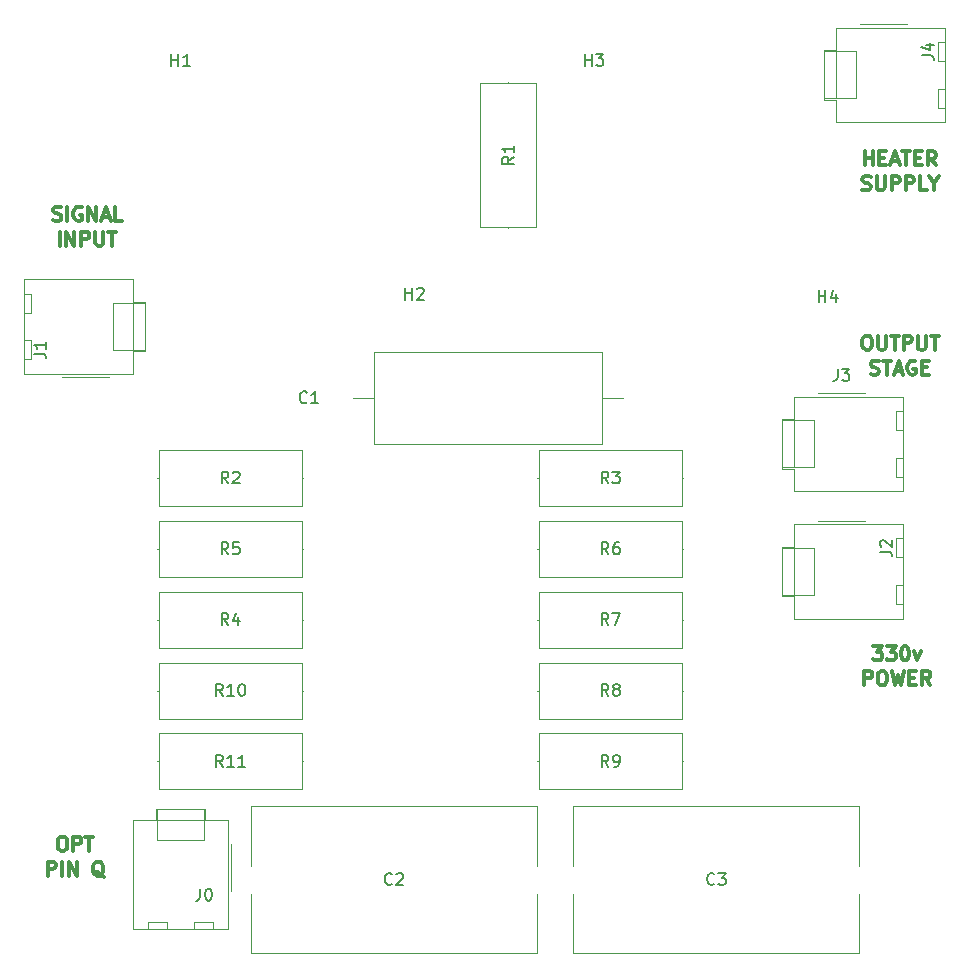
<source format=gbr>
%TF.GenerationSoftware,KiCad,Pcbnew,(5.1.6)-1*%
%TF.CreationDate,2020-10-25T19:30:32+00:00*%
%TF.ProjectId,QuadNew1 - Copy,51756164-4e65-4773-9120-2d20436f7079,rev?*%
%TF.SameCoordinates,Original*%
%TF.FileFunction,Legend,Top*%
%TF.FilePolarity,Positive*%
%FSLAX46Y46*%
G04 Gerber Fmt 4.6, Leading zero omitted, Abs format (unit mm)*
G04 Created by KiCad (PCBNEW (5.1.6)-1) date 2020-10-25 19:30:32*
%MOMM*%
%LPD*%
G01*
G04 APERTURE LIST*
%ADD10C,0.300000*%
%ADD11C,0.120000*%
%ADD12C,0.150000*%
G04 APERTURE END LIST*
D10*
X96314000Y-65532857D02*
X96314000Y-64332857D01*
X96314000Y-64904285D02*
X96999714Y-64904285D01*
X96999714Y-65532857D02*
X96999714Y-64332857D01*
X97571142Y-64904285D02*
X97971142Y-64904285D01*
X98142571Y-65532857D02*
X97571142Y-65532857D01*
X97571142Y-64332857D01*
X98142571Y-64332857D01*
X98599714Y-65190000D02*
X99171142Y-65190000D01*
X98485428Y-65532857D02*
X98885428Y-64332857D01*
X99285428Y-65532857D01*
X99514000Y-64332857D02*
X100199714Y-64332857D01*
X99856857Y-65532857D02*
X99856857Y-64332857D01*
X100599714Y-64904285D02*
X100999714Y-64904285D01*
X101171142Y-65532857D02*
X100599714Y-65532857D01*
X100599714Y-64332857D01*
X101171142Y-64332857D01*
X102371142Y-65532857D02*
X101971142Y-64961428D01*
X101685428Y-65532857D02*
X101685428Y-64332857D01*
X102142571Y-64332857D01*
X102256857Y-64390000D01*
X102314000Y-64447142D01*
X102371142Y-64561428D01*
X102371142Y-64732857D01*
X102314000Y-64847142D01*
X102256857Y-64904285D01*
X102142571Y-64961428D01*
X101685428Y-64961428D01*
X96142571Y-67575714D02*
X96314000Y-67632857D01*
X96599714Y-67632857D01*
X96714000Y-67575714D01*
X96771142Y-67518571D01*
X96828285Y-67404285D01*
X96828285Y-67290000D01*
X96771142Y-67175714D01*
X96714000Y-67118571D01*
X96599714Y-67061428D01*
X96371142Y-67004285D01*
X96256857Y-66947142D01*
X96199714Y-66890000D01*
X96142571Y-66775714D01*
X96142571Y-66661428D01*
X96199714Y-66547142D01*
X96256857Y-66490000D01*
X96371142Y-66432857D01*
X96656857Y-66432857D01*
X96828285Y-66490000D01*
X97342571Y-66432857D02*
X97342571Y-67404285D01*
X97399714Y-67518571D01*
X97456857Y-67575714D01*
X97571142Y-67632857D01*
X97799714Y-67632857D01*
X97914000Y-67575714D01*
X97971142Y-67518571D01*
X98028285Y-67404285D01*
X98028285Y-66432857D01*
X98599714Y-67632857D02*
X98599714Y-66432857D01*
X99056857Y-66432857D01*
X99171142Y-66490000D01*
X99228285Y-66547142D01*
X99285428Y-66661428D01*
X99285428Y-66832857D01*
X99228285Y-66947142D01*
X99171142Y-67004285D01*
X99056857Y-67061428D01*
X98599714Y-67061428D01*
X99799714Y-67632857D02*
X99799714Y-66432857D01*
X100256857Y-66432857D01*
X100371142Y-66490000D01*
X100428285Y-66547142D01*
X100485428Y-66661428D01*
X100485428Y-66832857D01*
X100428285Y-66947142D01*
X100371142Y-67004285D01*
X100256857Y-67061428D01*
X99799714Y-67061428D01*
X101571142Y-67632857D02*
X100999714Y-67632857D01*
X100999714Y-66432857D01*
X102199714Y-67061428D02*
X102199714Y-67632857D01*
X101799714Y-66432857D02*
X102199714Y-67061428D01*
X102599714Y-66432857D01*
X97060000Y-106242857D02*
X97802857Y-106242857D01*
X97402857Y-106700000D01*
X97574285Y-106700000D01*
X97688571Y-106757142D01*
X97745714Y-106814285D01*
X97802857Y-106928571D01*
X97802857Y-107214285D01*
X97745714Y-107328571D01*
X97688571Y-107385714D01*
X97574285Y-107442857D01*
X97231428Y-107442857D01*
X97117142Y-107385714D01*
X97060000Y-107328571D01*
X98202857Y-106242857D02*
X98945714Y-106242857D01*
X98545714Y-106700000D01*
X98717142Y-106700000D01*
X98831428Y-106757142D01*
X98888571Y-106814285D01*
X98945714Y-106928571D01*
X98945714Y-107214285D01*
X98888571Y-107328571D01*
X98831428Y-107385714D01*
X98717142Y-107442857D01*
X98374285Y-107442857D01*
X98260000Y-107385714D01*
X98202857Y-107328571D01*
X99688571Y-106242857D02*
X99802857Y-106242857D01*
X99917142Y-106300000D01*
X99974285Y-106357142D01*
X100031428Y-106471428D01*
X100088571Y-106700000D01*
X100088571Y-106985714D01*
X100031428Y-107214285D01*
X99974285Y-107328571D01*
X99917142Y-107385714D01*
X99802857Y-107442857D01*
X99688571Y-107442857D01*
X99574285Y-107385714D01*
X99517142Y-107328571D01*
X99460000Y-107214285D01*
X99402857Y-106985714D01*
X99402857Y-106700000D01*
X99460000Y-106471428D01*
X99517142Y-106357142D01*
X99574285Y-106300000D01*
X99688571Y-106242857D01*
X100488571Y-106642857D02*
X100774285Y-107442857D01*
X101060000Y-106642857D01*
X96288571Y-109542857D02*
X96288571Y-108342857D01*
X96745714Y-108342857D01*
X96860000Y-108400000D01*
X96917142Y-108457142D01*
X96974285Y-108571428D01*
X96974285Y-108742857D01*
X96917142Y-108857142D01*
X96860000Y-108914285D01*
X96745714Y-108971428D01*
X96288571Y-108971428D01*
X97717142Y-108342857D02*
X97945714Y-108342857D01*
X98060000Y-108400000D01*
X98174285Y-108514285D01*
X98231428Y-108742857D01*
X98231428Y-109142857D01*
X98174285Y-109371428D01*
X98060000Y-109485714D01*
X97945714Y-109542857D01*
X97717142Y-109542857D01*
X97602857Y-109485714D01*
X97488571Y-109371428D01*
X97431428Y-109142857D01*
X97431428Y-108742857D01*
X97488571Y-108514285D01*
X97602857Y-108400000D01*
X97717142Y-108342857D01*
X98631428Y-108342857D02*
X98917142Y-109542857D01*
X99145714Y-108685714D01*
X99374285Y-109542857D01*
X99660000Y-108342857D01*
X100117142Y-108914285D02*
X100517142Y-108914285D01*
X100688571Y-109542857D02*
X100117142Y-109542857D01*
X100117142Y-108342857D01*
X100688571Y-108342857D01*
X101888571Y-109542857D02*
X101488571Y-108971428D01*
X101202857Y-109542857D02*
X101202857Y-108342857D01*
X101660000Y-108342857D01*
X101774285Y-108400000D01*
X101831428Y-108457142D01*
X101888571Y-108571428D01*
X101888571Y-108742857D01*
X101831428Y-108857142D01*
X101774285Y-108914285D01*
X101660000Y-108971428D01*
X101202857Y-108971428D01*
X96428285Y-79953857D02*
X96656857Y-79953857D01*
X96771142Y-80011000D01*
X96885428Y-80125285D01*
X96942571Y-80353857D01*
X96942571Y-80753857D01*
X96885428Y-80982428D01*
X96771142Y-81096714D01*
X96656857Y-81153857D01*
X96428285Y-81153857D01*
X96314000Y-81096714D01*
X96199714Y-80982428D01*
X96142571Y-80753857D01*
X96142571Y-80353857D01*
X96199714Y-80125285D01*
X96314000Y-80011000D01*
X96428285Y-79953857D01*
X97456857Y-79953857D02*
X97456857Y-80925285D01*
X97514000Y-81039571D01*
X97571142Y-81096714D01*
X97685428Y-81153857D01*
X97914000Y-81153857D01*
X98028285Y-81096714D01*
X98085428Y-81039571D01*
X98142571Y-80925285D01*
X98142571Y-79953857D01*
X98542571Y-79953857D02*
X99228285Y-79953857D01*
X98885428Y-81153857D02*
X98885428Y-79953857D01*
X99628285Y-81153857D02*
X99628285Y-79953857D01*
X100085428Y-79953857D01*
X100199714Y-80011000D01*
X100256857Y-80068142D01*
X100314000Y-80182428D01*
X100314000Y-80353857D01*
X100256857Y-80468142D01*
X100199714Y-80525285D01*
X100085428Y-80582428D01*
X99628285Y-80582428D01*
X100828285Y-79953857D02*
X100828285Y-80925285D01*
X100885428Y-81039571D01*
X100942571Y-81096714D01*
X101056857Y-81153857D01*
X101285428Y-81153857D01*
X101399714Y-81096714D01*
X101456857Y-81039571D01*
X101514000Y-80925285D01*
X101514000Y-79953857D01*
X101914000Y-79953857D02*
X102599714Y-79953857D01*
X102256857Y-81153857D02*
X102256857Y-79953857D01*
X96856857Y-83196714D02*
X97028285Y-83253857D01*
X97314000Y-83253857D01*
X97428285Y-83196714D01*
X97485428Y-83139571D01*
X97542571Y-83025285D01*
X97542571Y-82911000D01*
X97485428Y-82796714D01*
X97428285Y-82739571D01*
X97314000Y-82682428D01*
X97085428Y-82625285D01*
X96971142Y-82568142D01*
X96914000Y-82511000D01*
X96856857Y-82396714D01*
X96856857Y-82282428D01*
X96914000Y-82168142D01*
X96971142Y-82111000D01*
X97085428Y-82053857D01*
X97371142Y-82053857D01*
X97542571Y-82111000D01*
X97885428Y-82053857D02*
X98571142Y-82053857D01*
X98228285Y-83253857D02*
X98228285Y-82053857D01*
X98914000Y-82911000D02*
X99485428Y-82911000D01*
X98799714Y-83253857D02*
X99199714Y-82053857D01*
X99599714Y-83253857D01*
X100628285Y-82111000D02*
X100514000Y-82053857D01*
X100342571Y-82053857D01*
X100171142Y-82111000D01*
X100056857Y-82225285D01*
X99999714Y-82339571D01*
X99942571Y-82568142D01*
X99942571Y-82739571D01*
X99999714Y-82968142D01*
X100056857Y-83082428D01*
X100171142Y-83196714D01*
X100342571Y-83253857D01*
X100456857Y-83253857D01*
X100628285Y-83196714D01*
X100685428Y-83139571D01*
X100685428Y-82739571D01*
X100456857Y-82739571D01*
X101199714Y-82625285D02*
X101599714Y-82625285D01*
X101771142Y-83253857D02*
X101199714Y-83253857D01*
X101199714Y-82053857D01*
X101771142Y-82053857D01*
X28292571Y-122371857D02*
X28521142Y-122371857D01*
X28635428Y-122429000D01*
X28749714Y-122543285D01*
X28806857Y-122771857D01*
X28806857Y-123171857D01*
X28749714Y-123400428D01*
X28635428Y-123514714D01*
X28521142Y-123571857D01*
X28292571Y-123571857D01*
X28178285Y-123514714D01*
X28064000Y-123400428D01*
X28006857Y-123171857D01*
X28006857Y-122771857D01*
X28064000Y-122543285D01*
X28178285Y-122429000D01*
X28292571Y-122371857D01*
X29321142Y-123571857D02*
X29321142Y-122371857D01*
X29778285Y-122371857D01*
X29892571Y-122429000D01*
X29949714Y-122486142D01*
X30006857Y-122600428D01*
X30006857Y-122771857D01*
X29949714Y-122886142D01*
X29892571Y-122943285D01*
X29778285Y-123000428D01*
X29321142Y-123000428D01*
X30349714Y-122371857D02*
X31035428Y-122371857D01*
X30692571Y-123571857D02*
X30692571Y-122371857D01*
X27149714Y-125671857D02*
X27149714Y-124471857D01*
X27606857Y-124471857D01*
X27721142Y-124529000D01*
X27778285Y-124586142D01*
X27835428Y-124700428D01*
X27835428Y-124871857D01*
X27778285Y-124986142D01*
X27721142Y-125043285D01*
X27606857Y-125100428D01*
X27149714Y-125100428D01*
X28349714Y-125671857D02*
X28349714Y-124471857D01*
X28921142Y-125671857D02*
X28921142Y-124471857D01*
X29606857Y-125671857D01*
X29606857Y-124471857D01*
X31892571Y-125786142D02*
X31778285Y-125729000D01*
X31664000Y-125614714D01*
X31492571Y-125443285D01*
X31378285Y-125386142D01*
X31264000Y-125386142D01*
X31321142Y-125671857D02*
X31206857Y-125614714D01*
X31092571Y-125500428D01*
X31035428Y-125271857D01*
X31035428Y-124871857D01*
X31092571Y-124643285D01*
X31206857Y-124529000D01*
X31321142Y-124471857D01*
X31549714Y-124471857D01*
X31664000Y-124529000D01*
X31778285Y-124643285D01*
X31835428Y-124871857D01*
X31835428Y-125271857D01*
X31778285Y-125500428D01*
X31664000Y-125614714D01*
X31549714Y-125671857D01*
X31321142Y-125671857D01*
X27622857Y-70174714D02*
X27794285Y-70231857D01*
X28080000Y-70231857D01*
X28194285Y-70174714D01*
X28251428Y-70117571D01*
X28308571Y-70003285D01*
X28308571Y-69889000D01*
X28251428Y-69774714D01*
X28194285Y-69717571D01*
X28080000Y-69660428D01*
X27851428Y-69603285D01*
X27737142Y-69546142D01*
X27680000Y-69489000D01*
X27622857Y-69374714D01*
X27622857Y-69260428D01*
X27680000Y-69146142D01*
X27737142Y-69089000D01*
X27851428Y-69031857D01*
X28137142Y-69031857D01*
X28308571Y-69089000D01*
X28822857Y-70231857D02*
X28822857Y-69031857D01*
X30022857Y-69089000D02*
X29908571Y-69031857D01*
X29737142Y-69031857D01*
X29565714Y-69089000D01*
X29451428Y-69203285D01*
X29394285Y-69317571D01*
X29337142Y-69546142D01*
X29337142Y-69717571D01*
X29394285Y-69946142D01*
X29451428Y-70060428D01*
X29565714Y-70174714D01*
X29737142Y-70231857D01*
X29851428Y-70231857D01*
X30022857Y-70174714D01*
X30080000Y-70117571D01*
X30080000Y-69717571D01*
X29851428Y-69717571D01*
X30594285Y-70231857D02*
X30594285Y-69031857D01*
X31280000Y-70231857D01*
X31280000Y-69031857D01*
X31794285Y-69889000D02*
X32365714Y-69889000D01*
X31680000Y-70231857D02*
X32080000Y-69031857D01*
X32480000Y-70231857D01*
X33451428Y-70231857D02*
X32880000Y-70231857D01*
X32880000Y-69031857D01*
X28165714Y-72331857D02*
X28165714Y-71131857D01*
X28737142Y-72331857D02*
X28737142Y-71131857D01*
X29422857Y-72331857D01*
X29422857Y-71131857D01*
X29994285Y-72331857D02*
X29994285Y-71131857D01*
X30451428Y-71131857D01*
X30565714Y-71189000D01*
X30622857Y-71246142D01*
X30680000Y-71360428D01*
X30680000Y-71531857D01*
X30622857Y-71646142D01*
X30565714Y-71703285D01*
X30451428Y-71760428D01*
X29994285Y-71760428D01*
X31194285Y-71131857D02*
X31194285Y-72103285D01*
X31251428Y-72217571D01*
X31308571Y-72274714D01*
X31422857Y-72331857D01*
X31651428Y-72331857D01*
X31765714Y-72274714D01*
X31822857Y-72217571D01*
X31880000Y-72103285D01*
X31880000Y-71131857D01*
X32280000Y-71131857D02*
X32965714Y-71131857D01*
X32622857Y-72331857D02*
X32622857Y-71131857D01*
D11*
%TO.C,J2*%
X98981000Y-102677000D02*
X99581000Y-102677000D01*
X98981000Y-101077000D02*
X98981000Y-102677000D01*
X99581000Y-101077000D02*
X98981000Y-101077000D01*
X98981000Y-98717000D02*
X99581000Y-98717000D01*
X98981000Y-97117000D02*
X98981000Y-98717000D01*
X99581000Y-97117000D02*
X98981000Y-97117000D01*
X92021000Y-101877000D02*
X90351000Y-101877000D01*
X92021000Y-97917000D02*
X92021000Y-101877000D01*
X90351000Y-97917000D02*
X92021000Y-97917000D01*
X90351000Y-101877000D02*
X89351000Y-101877000D01*
X90351000Y-97917000D02*
X90351000Y-101877000D01*
X89351000Y-97917000D02*
X90351000Y-97917000D01*
X96361000Y-95607000D02*
X92361000Y-95607000D01*
X90356000Y-95897000D02*
X99581000Y-95897000D01*
X90356000Y-97802000D02*
X90356000Y-95897000D01*
X89351000Y-97802000D02*
X90356000Y-97802000D01*
X89351000Y-101992000D02*
X89351000Y-97802000D01*
X90356000Y-101992000D02*
X89351000Y-101992000D01*
X90356000Y-103897000D02*
X90356000Y-101992000D01*
X99581000Y-103897000D02*
X90356000Y-103897000D01*
X99581000Y-95897000D02*
X99581000Y-103897000D01*
%TO.C,C3*%
X71647000Y-119780000D02*
X95887000Y-119780000D01*
X71647000Y-132220000D02*
X95887000Y-132220000D01*
X71647000Y-119780000D02*
X71647000Y-124815000D01*
X71647000Y-127185000D02*
X71647000Y-132220000D01*
X95887000Y-119780000D02*
X95887000Y-124815000D01*
X95887000Y-127185000D02*
X95887000Y-132220000D01*
%TO.C,R10*%
X48690000Y-112370000D02*
X48690000Y-107630000D01*
X48690000Y-107630000D02*
X36550000Y-107630000D01*
X36550000Y-107630000D02*
X36550000Y-112370000D01*
X36550000Y-112370000D02*
X48690000Y-112370000D01*
X48800000Y-110000000D02*
X48690000Y-110000000D01*
X36440000Y-110000000D02*
X36550000Y-110000000D01*
%TO.C,R9*%
X80983000Y-116000000D02*
X80873000Y-116000000D01*
X68623000Y-116000000D02*
X68733000Y-116000000D01*
X80873000Y-113630000D02*
X68733000Y-113630000D01*
X80873000Y-118370000D02*
X80873000Y-113630000D01*
X68733000Y-118370000D02*
X80873000Y-118370000D01*
X68733000Y-113630000D02*
X68733000Y-118370000D01*
%TO.C,C2*%
X68582000Y-127185000D02*
X68582000Y-132220000D01*
X68582000Y-119780000D02*
X68582000Y-124815000D01*
X44342000Y-127185000D02*
X44342000Y-132220000D01*
X44342000Y-119780000D02*
X44342000Y-124815000D01*
X44342000Y-132220000D02*
X68582000Y-132220000D01*
X44342000Y-119780000D02*
X68582000Y-119780000D01*
%TO.C,R3*%
X68733000Y-89630000D02*
X68733000Y-94370000D01*
X68733000Y-94370000D02*
X80873000Y-94370000D01*
X80873000Y-94370000D02*
X80873000Y-89630000D01*
X80873000Y-89630000D02*
X68733000Y-89630000D01*
X68623000Y-92000000D02*
X68733000Y-92000000D01*
X80983000Y-92000000D02*
X80873000Y-92000000D01*
%TO.C,R8*%
X80873000Y-112370000D02*
X80873000Y-107630000D01*
X80873000Y-107630000D02*
X68733000Y-107630000D01*
X68733000Y-107630000D02*
X68733000Y-112370000D01*
X68733000Y-112370000D02*
X80873000Y-112370000D01*
X80983000Y-110000000D02*
X80873000Y-110000000D01*
X68623000Y-110000000D02*
X68733000Y-110000000D01*
%TO.C,R7*%
X68623000Y-104000000D02*
X68733000Y-104000000D01*
X80983000Y-104000000D02*
X80873000Y-104000000D01*
X68733000Y-106370000D02*
X80873000Y-106370000D01*
X68733000Y-101630000D02*
X68733000Y-106370000D01*
X80873000Y-101630000D02*
X68733000Y-101630000D01*
X80873000Y-106370000D02*
X80873000Y-101630000D01*
%TO.C,R6*%
X68733000Y-95630000D02*
X68733000Y-100370000D01*
X68733000Y-100370000D02*
X80873000Y-100370000D01*
X80873000Y-100370000D02*
X80873000Y-95630000D01*
X80873000Y-95630000D02*
X68733000Y-95630000D01*
X68623000Y-98000000D02*
X68733000Y-98000000D01*
X80983000Y-98000000D02*
X80873000Y-98000000D01*
%TO.C,R5*%
X48800000Y-98000000D02*
X48690000Y-98000000D01*
X36440000Y-98000000D02*
X36550000Y-98000000D01*
X48690000Y-95630000D02*
X36550000Y-95630000D01*
X48690000Y-100370000D02*
X48690000Y-95630000D01*
X36550000Y-100370000D02*
X48690000Y-100370000D01*
X36550000Y-95630000D02*
X36550000Y-100370000D01*
%TO.C,R2*%
X48800000Y-92000000D02*
X48690000Y-92000000D01*
X36440000Y-92000000D02*
X36550000Y-92000000D01*
X48690000Y-89630000D02*
X36550000Y-89630000D01*
X48690000Y-94370000D02*
X48690000Y-89630000D01*
X36550000Y-94370000D02*
X48690000Y-94370000D01*
X36550000Y-89630000D02*
X36550000Y-94370000D01*
%TO.C,R1*%
X68537000Y-58573000D02*
X63797000Y-58573000D01*
X63797000Y-58573000D02*
X63797000Y-70713000D01*
X63797000Y-70713000D02*
X68537000Y-70713000D01*
X68537000Y-70713000D02*
X68537000Y-58573000D01*
X66167000Y-58463000D02*
X66167000Y-58573000D01*
X66167000Y-70823000D02*
X66167000Y-70713000D01*
%TO.C,R4*%
X48800000Y-104000000D02*
X48690000Y-104000000D01*
X36440000Y-104000000D02*
X36550000Y-104000000D01*
X48690000Y-101630000D02*
X36550000Y-101630000D01*
X48690000Y-106370000D02*
X48690000Y-101630000D01*
X36550000Y-106370000D02*
X48690000Y-106370000D01*
X36550000Y-101630000D02*
X36550000Y-106370000D01*
%TO.C,R11*%
X48800000Y-116000000D02*
X48690000Y-116000000D01*
X36440000Y-116000000D02*
X36550000Y-116000000D01*
X48690000Y-113630000D02*
X36550000Y-113630000D01*
X48690000Y-118370000D02*
X48690000Y-113630000D01*
X36550000Y-118370000D02*
X48690000Y-118370000D01*
X36550000Y-113630000D02*
X36550000Y-118370000D01*
%TO.C,C1*%
X54823000Y-81347000D02*
X54823000Y-89087000D01*
X54823000Y-89087000D02*
X74063000Y-89087000D01*
X74063000Y-89087000D02*
X74063000Y-81347000D01*
X74063000Y-81347000D02*
X54823000Y-81347000D01*
X52983000Y-85217000D02*
X54823000Y-85217000D01*
X75903000Y-85217000D02*
X74063000Y-85217000D01*
%TO.C,J3*%
X99581000Y-85102000D02*
X99581000Y-93102000D01*
X99581000Y-93102000D02*
X90356000Y-93102000D01*
X90356000Y-93102000D02*
X90356000Y-91197000D01*
X90356000Y-91197000D02*
X89351000Y-91197000D01*
X89351000Y-91197000D02*
X89351000Y-87007000D01*
X89351000Y-87007000D02*
X90356000Y-87007000D01*
X90356000Y-87007000D02*
X90356000Y-85102000D01*
X90356000Y-85102000D02*
X99581000Y-85102000D01*
X96361000Y-84812000D02*
X92361000Y-84812000D01*
X89351000Y-87122000D02*
X90351000Y-87122000D01*
X90351000Y-87122000D02*
X90351000Y-91082000D01*
X90351000Y-91082000D02*
X89351000Y-91082000D01*
X90351000Y-87122000D02*
X92021000Y-87122000D01*
X92021000Y-87122000D02*
X92021000Y-91082000D01*
X92021000Y-91082000D02*
X90351000Y-91082000D01*
X99581000Y-86322000D02*
X98981000Y-86322000D01*
X98981000Y-86322000D02*
X98981000Y-87922000D01*
X98981000Y-87922000D02*
X99581000Y-87922000D01*
X99581000Y-90282000D02*
X98981000Y-90282000D01*
X98981000Y-90282000D02*
X98981000Y-91882000D01*
X98981000Y-91882000D02*
X99581000Y-91882000D01*
%TO.C,J0*%
X42406000Y-130220000D02*
X34406000Y-130220000D01*
X34406000Y-130220000D02*
X34406000Y-120995000D01*
X34406000Y-120995000D02*
X36311000Y-120995000D01*
X36311000Y-120995000D02*
X36311000Y-119990000D01*
X36311000Y-119990000D02*
X40501000Y-119990000D01*
X40501000Y-119990000D02*
X40501000Y-120995000D01*
X40501000Y-120995000D02*
X42406000Y-120995000D01*
X42406000Y-120995000D02*
X42406000Y-130220000D01*
X42696000Y-127000000D02*
X42696000Y-123000000D01*
X40386000Y-119990000D02*
X40386000Y-120990000D01*
X40386000Y-120990000D02*
X36426000Y-120990000D01*
X36426000Y-120990000D02*
X36426000Y-119990000D01*
X40386000Y-120990000D02*
X40386000Y-122660000D01*
X40386000Y-122660000D02*
X36426000Y-122660000D01*
X36426000Y-122660000D02*
X36426000Y-120990000D01*
X41186000Y-130220000D02*
X41186000Y-129620000D01*
X41186000Y-129620000D02*
X39586000Y-129620000D01*
X39586000Y-129620000D02*
X39586000Y-130220000D01*
X37226000Y-130220000D02*
X37226000Y-129620000D01*
X37226000Y-129620000D02*
X35626000Y-129620000D01*
X35626000Y-129620000D02*
X35626000Y-130220000D01*
%TO.C,J4*%
X103137000Y-53860000D02*
X103137000Y-61860000D01*
X103137000Y-61860000D02*
X93912000Y-61860000D01*
X93912000Y-61860000D02*
X93912000Y-59955000D01*
X93912000Y-59955000D02*
X92907000Y-59955000D01*
X92907000Y-59955000D02*
X92907000Y-55765000D01*
X92907000Y-55765000D02*
X93912000Y-55765000D01*
X93912000Y-55765000D02*
X93912000Y-53860000D01*
X93912000Y-53860000D02*
X103137000Y-53860000D01*
X99917000Y-53570000D02*
X95917000Y-53570000D01*
X92907000Y-55880000D02*
X93907000Y-55880000D01*
X93907000Y-55880000D02*
X93907000Y-59840000D01*
X93907000Y-59840000D02*
X92907000Y-59840000D01*
X93907000Y-55880000D02*
X95577000Y-55880000D01*
X95577000Y-55880000D02*
X95577000Y-59840000D01*
X95577000Y-59840000D02*
X93907000Y-59840000D01*
X103137000Y-55080000D02*
X102537000Y-55080000D01*
X102537000Y-55080000D02*
X102537000Y-56680000D01*
X102537000Y-56680000D02*
X103137000Y-56680000D01*
X103137000Y-59040000D02*
X102537000Y-59040000D01*
X102537000Y-59040000D02*
X102537000Y-60640000D01*
X102537000Y-60640000D02*
X103137000Y-60640000D01*
%TO.C,J1*%
X25133000Y-83173000D02*
X25133000Y-75173000D01*
X25133000Y-75173000D02*
X34358000Y-75173000D01*
X34358000Y-75173000D02*
X34358000Y-77078000D01*
X34358000Y-77078000D02*
X35363000Y-77078000D01*
X35363000Y-77078000D02*
X35363000Y-81268000D01*
X35363000Y-81268000D02*
X34358000Y-81268000D01*
X34358000Y-81268000D02*
X34358000Y-83173000D01*
X34358000Y-83173000D02*
X25133000Y-83173000D01*
X28353000Y-83463000D02*
X32353000Y-83463000D01*
X35363000Y-81153000D02*
X34363000Y-81153000D01*
X34363000Y-81153000D02*
X34363000Y-77193000D01*
X34363000Y-77193000D02*
X35363000Y-77193000D01*
X34363000Y-81153000D02*
X32693000Y-81153000D01*
X32693000Y-81153000D02*
X32693000Y-77193000D01*
X32693000Y-77193000D02*
X34363000Y-77193000D01*
X25133000Y-81953000D02*
X25733000Y-81953000D01*
X25733000Y-81953000D02*
X25733000Y-80353000D01*
X25733000Y-80353000D02*
X25133000Y-80353000D01*
X25133000Y-77993000D02*
X25733000Y-77993000D01*
X25733000Y-77993000D02*
X25733000Y-76393000D01*
X25733000Y-76393000D02*
X25133000Y-76393000D01*
%TO.C,J2*%
D12*
X97623380Y-98250333D02*
X98337666Y-98250333D01*
X98480523Y-98297952D01*
X98575761Y-98393190D01*
X98623380Y-98536047D01*
X98623380Y-98631285D01*
X97718619Y-97821761D02*
X97671000Y-97774142D01*
X97623380Y-97678904D01*
X97623380Y-97440809D01*
X97671000Y-97345571D01*
X97718619Y-97297952D01*
X97813857Y-97250333D01*
X97909095Y-97250333D01*
X98051952Y-97297952D01*
X98623380Y-97869380D01*
X98623380Y-97250333D01*
%TO.C,C3*%
X83600333Y-126357142D02*
X83552714Y-126404761D01*
X83409857Y-126452380D01*
X83314619Y-126452380D01*
X83171761Y-126404761D01*
X83076523Y-126309523D01*
X83028904Y-126214285D01*
X82981285Y-126023809D01*
X82981285Y-125880952D01*
X83028904Y-125690476D01*
X83076523Y-125595238D01*
X83171761Y-125500000D01*
X83314619Y-125452380D01*
X83409857Y-125452380D01*
X83552714Y-125500000D01*
X83600333Y-125547619D01*
X83933666Y-125452380D02*
X84552714Y-125452380D01*
X84219380Y-125833333D01*
X84362238Y-125833333D01*
X84457476Y-125880952D01*
X84505095Y-125928571D01*
X84552714Y-126023809D01*
X84552714Y-126261904D01*
X84505095Y-126357142D01*
X84457476Y-126404761D01*
X84362238Y-126452380D01*
X84076523Y-126452380D01*
X83981285Y-126404761D01*
X83933666Y-126357142D01*
%TO.C,R10*%
X41977142Y-110452380D02*
X41643809Y-109976190D01*
X41405714Y-110452380D02*
X41405714Y-109452380D01*
X41786666Y-109452380D01*
X41881904Y-109500000D01*
X41929523Y-109547619D01*
X41977142Y-109642857D01*
X41977142Y-109785714D01*
X41929523Y-109880952D01*
X41881904Y-109928571D01*
X41786666Y-109976190D01*
X41405714Y-109976190D01*
X42929523Y-110452380D02*
X42358095Y-110452380D01*
X42643809Y-110452380D02*
X42643809Y-109452380D01*
X42548571Y-109595238D01*
X42453333Y-109690476D01*
X42358095Y-109738095D01*
X43548571Y-109452380D02*
X43643809Y-109452380D01*
X43739047Y-109500000D01*
X43786666Y-109547619D01*
X43834285Y-109642857D01*
X43881904Y-109833333D01*
X43881904Y-110071428D01*
X43834285Y-110261904D01*
X43786666Y-110357142D01*
X43739047Y-110404761D01*
X43643809Y-110452380D01*
X43548571Y-110452380D01*
X43453333Y-110404761D01*
X43405714Y-110357142D01*
X43358095Y-110261904D01*
X43310476Y-110071428D01*
X43310476Y-109833333D01*
X43358095Y-109642857D01*
X43405714Y-109547619D01*
X43453333Y-109500000D01*
X43548571Y-109452380D01*
%TO.C,R9*%
X74636333Y-116452380D02*
X74303000Y-115976190D01*
X74064904Y-116452380D02*
X74064904Y-115452380D01*
X74445857Y-115452380D01*
X74541095Y-115500000D01*
X74588714Y-115547619D01*
X74636333Y-115642857D01*
X74636333Y-115785714D01*
X74588714Y-115880952D01*
X74541095Y-115928571D01*
X74445857Y-115976190D01*
X74064904Y-115976190D01*
X75112523Y-116452380D02*
X75303000Y-116452380D01*
X75398238Y-116404761D01*
X75445857Y-116357142D01*
X75541095Y-116214285D01*
X75588714Y-116023809D01*
X75588714Y-115642857D01*
X75541095Y-115547619D01*
X75493476Y-115500000D01*
X75398238Y-115452380D01*
X75207761Y-115452380D01*
X75112523Y-115500000D01*
X75064904Y-115547619D01*
X75017285Y-115642857D01*
X75017285Y-115880952D01*
X75064904Y-115976190D01*
X75112523Y-116023809D01*
X75207761Y-116071428D01*
X75398238Y-116071428D01*
X75493476Y-116023809D01*
X75541095Y-115976190D01*
X75588714Y-115880952D01*
%TO.C,C2*%
X56295333Y-126357142D02*
X56247714Y-126404761D01*
X56104857Y-126452380D01*
X56009619Y-126452380D01*
X55866761Y-126404761D01*
X55771523Y-126309523D01*
X55723904Y-126214285D01*
X55676285Y-126023809D01*
X55676285Y-125880952D01*
X55723904Y-125690476D01*
X55771523Y-125595238D01*
X55866761Y-125500000D01*
X56009619Y-125452380D01*
X56104857Y-125452380D01*
X56247714Y-125500000D01*
X56295333Y-125547619D01*
X56676285Y-125547619D02*
X56723904Y-125500000D01*
X56819142Y-125452380D01*
X57057238Y-125452380D01*
X57152476Y-125500000D01*
X57200095Y-125547619D01*
X57247714Y-125642857D01*
X57247714Y-125738095D01*
X57200095Y-125880952D01*
X56628666Y-126452380D01*
X57247714Y-126452380D01*
%TO.C,R3*%
X74636333Y-92452380D02*
X74303000Y-91976190D01*
X74064904Y-92452380D02*
X74064904Y-91452380D01*
X74445857Y-91452380D01*
X74541095Y-91500000D01*
X74588714Y-91547619D01*
X74636333Y-91642857D01*
X74636333Y-91785714D01*
X74588714Y-91880952D01*
X74541095Y-91928571D01*
X74445857Y-91976190D01*
X74064904Y-91976190D01*
X74969666Y-91452380D02*
X75588714Y-91452380D01*
X75255380Y-91833333D01*
X75398238Y-91833333D01*
X75493476Y-91880952D01*
X75541095Y-91928571D01*
X75588714Y-92023809D01*
X75588714Y-92261904D01*
X75541095Y-92357142D01*
X75493476Y-92404761D01*
X75398238Y-92452380D01*
X75112523Y-92452380D01*
X75017285Y-92404761D01*
X74969666Y-92357142D01*
%TO.C,R8*%
X74636333Y-110452380D02*
X74303000Y-109976190D01*
X74064904Y-110452380D02*
X74064904Y-109452380D01*
X74445857Y-109452380D01*
X74541095Y-109500000D01*
X74588714Y-109547619D01*
X74636333Y-109642857D01*
X74636333Y-109785714D01*
X74588714Y-109880952D01*
X74541095Y-109928571D01*
X74445857Y-109976190D01*
X74064904Y-109976190D01*
X75207761Y-109880952D02*
X75112523Y-109833333D01*
X75064904Y-109785714D01*
X75017285Y-109690476D01*
X75017285Y-109642857D01*
X75064904Y-109547619D01*
X75112523Y-109500000D01*
X75207761Y-109452380D01*
X75398238Y-109452380D01*
X75493476Y-109500000D01*
X75541095Y-109547619D01*
X75588714Y-109642857D01*
X75588714Y-109690476D01*
X75541095Y-109785714D01*
X75493476Y-109833333D01*
X75398238Y-109880952D01*
X75207761Y-109880952D01*
X75112523Y-109928571D01*
X75064904Y-109976190D01*
X75017285Y-110071428D01*
X75017285Y-110261904D01*
X75064904Y-110357142D01*
X75112523Y-110404761D01*
X75207761Y-110452380D01*
X75398238Y-110452380D01*
X75493476Y-110404761D01*
X75541095Y-110357142D01*
X75588714Y-110261904D01*
X75588714Y-110071428D01*
X75541095Y-109976190D01*
X75493476Y-109928571D01*
X75398238Y-109880952D01*
%TO.C,R7*%
X74636333Y-104452380D02*
X74303000Y-103976190D01*
X74064904Y-104452380D02*
X74064904Y-103452380D01*
X74445857Y-103452380D01*
X74541095Y-103500000D01*
X74588714Y-103547619D01*
X74636333Y-103642857D01*
X74636333Y-103785714D01*
X74588714Y-103880952D01*
X74541095Y-103928571D01*
X74445857Y-103976190D01*
X74064904Y-103976190D01*
X74969666Y-103452380D02*
X75636333Y-103452380D01*
X75207761Y-104452380D01*
%TO.C,R6*%
X74636333Y-98452380D02*
X74303000Y-97976190D01*
X74064904Y-98452380D02*
X74064904Y-97452380D01*
X74445857Y-97452380D01*
X74541095Y-97500000D01*
X74588714Y-97547619D01*
X74636333Y-97642857D01*
X74636333Y-97785714D01*
X74588714Y-97880952D01*
X74541095Y-97928571D01*
X74445857Y-97976190D01*
X74064904Y-97976190D01*
X75493476Y-97452380D02*
X75303000Y-97452380D01*
X75207761Y-97500000D01*
X75160142Y-97547619D01*
X75064904Y-97690476D01*
X75017285Y-97880952D01*
X75017285Y-98261904D01*
X75064904Y-98357142D01*
X75112523Y-98404761D01*
X75207761Y-98452380D01*
X75398238Y-98452380D01*
X75493476Y-98404761D01*
X75541095Y-98357142D01*
X75588714Y-98261904D01*
X75588714Y-98023809D01*
X75541095Y-97928571D01*
X75493476Y-97880952D01*
X75398238Y-97833333D01*
X75207761Y-97833333D01*
X75112523Y-97880952D01*
X75064904Y-97928571D01*
X75017285Y-98023809D01*
%TO.C,R5*%
X42453333Y-98452380D02*
X42120000Y-97976190D01*
X41881904Y-98452380D02*
X41881904Y-97452380D01*
X42262857Y-97452380D01*
X42358095Y-97500000D01*
X42405714Y-97547619D01*
X42453333Y-97642857D01*
X42453333Y-97785714D01*
X42405714Y-97880952D01*
X42358095Y-97928571D01*
X42262857Y-97976190D01*
X41881904Y-97976190D01*
X43358095Y-97452380D02*
X42881904Y-97452380D01*
X42834285Y-97928571D01*
X42881904Y-97880952D01*
X42977142Y-97833333D01*
X43215238Y-97833333D01*
X43310476Y-97880952D01*
X43358095Y-97928571D01*
X43405714Y-98023809D01*
X43405714Y-98261904D01*
X43358095Y-98357142D01*
X43310476Y-98404761D01*
X43215238Y-98452380D01*
X42977142Y-98452380D01*
X42881904Y-98404761D01*
X42834285Y-98357142D01*
%TO.C,R2*%
X42453333Y-92452380D02*
X42120000Y-91976190D01*
X41881904Y-92452380D02*
X41881904Y-91452380D01*
X42262857Y-91452380D01*
X42358095Y-91500000D01*
X42405714Y-91547619D01*
X42453333Y-91642857D01*
X42453333Y-91785714D01*
X42405714Y-91880952D01*
X42358095Y-91928571D01*
X42262857Y-91976190D01*
X41881904Y-91976190D01*
X42834285Y-91547619D02*
X42881904Y-91500000D01*
X42977142Y-91452380D01*
X43215238Y-91452380D01*
X43310476Y-91500000D01*
X43358095Y-91547619D01*
X43405714Y-91642857D01*
X43405714Y-91738095D01*
X43358095Y-91880952D01*
X42786666Y-92452380D01*
X43405714Y-92452380D01*
%TO.C,R1*%
X66619380Y-64809666D02*
X66143190Y-65143000D01*
X66619380Y-65381095D02*
X65619380Y-65381095D01*
X65619380Y-65000142D01*
X65667000Y-64904904D01*
X65714619Y-64857285D01*
X65809857Y-64809666D01*
X65952714Y-64809666D01*
X66047952Y-64857285D01*
X66095571Y-64904904D01*
X66143190Y-65000142D01*
X66143190Y-65381095D01*
X66619380Y-63857285D02*
X66619380Y-64428714D01*
X66619380Y-64143000D02*
X65619380Y-64143000D01*
X65762238Y-64238238D01*
X65857476Y-64333476D01*
X65905095Y-64428714D01*
%TO.C,R4*%
X42453333Y-104452380D02*
X42120000Y-103976190D01*
X41881904Y-104452380D02*
X41881904Y-103452380D01*
X42262857Y-103452380D01*
X42358095Y-103500000D01*
X42405714Y-103547619D01*
X42453333Y-103642857D01*
X42453333Y-103785714D01*
X42405714Y-103880952D01*
X42358095Y-103928571D01*
X42262857Y-103976190D01*
X41881904Y-103976190D01*
X43310476Y-103785714D02*
X43310476Y-104452380D01*
X43072380Y-103404761D02*
X42834285Y-104119047D01*
X43453333Y-104119047D01*
%TO.C,R11*%
X41977142Y-116452380D02*
X41643809Y-115976190D01*
X41405714Y-116452380D02*
X41405714Y-115452380D01*
X41786666Y-115452380D01*
X41881904Y-115500000D01*
X41929523Y-115547619D01*
X41977142Y-115642857D01*
X41977142Y-115785714D01*
X41929523Y-115880952D01*
X41881904Y-115928571D01*
X41786666Y-115976190D01*
X41405714Y-115976190D01*
X42929523Y-116452380D02*
X42358095Y-116452380D01*
X42643809Y-116452380D02*
X42643809Y-115452380D01*
X42548571Y-115595238D01*
X42453333Y-115690476D01*
X42358095Y-115738095D01*
X43881904Y-116452380D02*
X43310476Y-116452380D01*
X43596190Y-116452380D02*
X43596190Y-115452380D01*
X43500952Y-115595238D01*
X43405714Y-115690476D01*
X43310476Y-115738095D01*
%TO.C,C1*%
X49109333Y-85574142D02*
X49061714Y-85621761D01*
X48918857Y-85669380D01*
X48823619Y-85669380D01*
X48680761Y-85621761D01*
X48585523Y-85526523D01*
X48537904Y-85431285D01*
X48490285Y-85240809D01*
X48490285Y-85097952D01*
X48537904Y-84907476D01*
X48585523Y-84812238D01*
X48680761Y-84717000D01*
X48823619Y-84669380D01*
X48918857Y-84669380D01*
X49061714Y-84717000D01*
X49109333Y-84764619D01*
X50061714Y-85669380D02*
X49490285Y-85669380D01*
X49776000Y-85669380D02*
X49776000Y-84669380D01*
X49680761Y-84812238D01*
X49585523Y-84907476D01*
X49490285Y-84955095D01*
%TO.C,J3*%
X94027666Y-82764380D02*
X94027666Y-83478666D01*
X93980047Y-83621523D01*
X93884809Y-83716761D01*
X93741952Y-83764380D01*
X93646714Y-83764380D01*
X94408619Y-82764380D02*
X95027666Y-82764380D01*
X94694333Y-83145333D01*
X94837190Y-83145333D01*
X94932428Y-83192952D01*
X94980047Y-83240571D01*
X95027666Y-83335809D01*
X95027666Y-83573904D01*
X94980047Y-83669142D01*
X94932428Y-83716761D01*
X94837190Y-83764380D01*
X94551476Y-83764380D01*
X94456238Y-83716761D01*
X94408619Y-83669142D01*
%TO.C,J0*%
X40052666Y-126782380D02*
X40052666Y-127496666D01*
X40005047Y-127639523D01*
X39909809Y-127734761D01*
X39766952Y-127782380D01*
X39671714Y-127782380D01*
X40719333Y-126782380D02*
X40814571Y-126782380D01*
X40909809Y-126830000D01*
X40957428Y-126877619D01*
X41005047Y-126972857D01*
X41052666Y-127163333D01*
X41052666Y-127401428D01*
X41005047Y-127591904D01*
X40957428Y-127687142D01*
X40909809Y-127734761D01*
X40814571Y-127782380D01*
X40719333Y-127782380D01*
X40624095Y-127734761D01*
X40576476Y-127687142D01*
X40528857Y-127591904D01*
X40481238Y-127401428D01*
X40481238Y-127163333D01*
X40528857Y-126972857D01*
X40576476Y-126877619D01*
X40624095Y-126830000D01*
X40719333Y-126782380D01*
%TO.C,J4*%
X101179380Y-56213333D02*
X101893666Y-56213333D01*
X102036523Y-56260952D01*
X102131761Y-56356190D01*
X102179380Y-56499047D01*
X102179380Y-56594285D01*
X101512714Y-55308571D02*
X102179380Y-55308571D01*
X101131761Y-55546666D02*
X101846047Y-55784761D01*
X101846047Y-55165714D01*
%TO.C,J1*%
X25995380Y-81486333D02*
X26709666Y-81486333D01*
X26852523Y-81533952D01*
X26947761Y-81629190D01*
X26995380Y-81772047D01*
X26995380Y-81867285D01*
X26995380Y-80486333D02*
X26995380Y-81057761D01*
X26995380Y-80772047D02*
X25995380Y-80772047D01*
X26138238Y-80867285D01*
X26233476Y-80962523D01*
X26281095Y-81057761D01*
%TO.C,H1*%
X37638095Y-57102380D02*
X37638095Y-56102380D01*
X37638095Y-56578571D02*
X38209523Y-56578571D01*
X38209523Y-57102380D02*
X38209523Y-56102380D01*
X39209523Y-57102380D02*
X38638095Y-57102380D01*
X38923809Y-57102380D02*
X38923809Y-56102380D01*
X38828571Y-56245238D01*
X38733333Y-56340476D01*
X38638095Y-56388095D01*
%TO.C,H2*%
X57438095Y-76902380D02*
X57438095Y-75902380D01*
X57438095Y-76378571D02*
X58009523Y-76378571D01*
X58009523Y-76902380D02*
X58009523Y-75902380D01*
X58438095Y-75997619D02*
X58485714Y-75950000D01*
X58580952Y-75902380D01*
X58819047Y-75902380D01*
X58914285Y-75950000D01*
X58961904Y-75997619D01*
X59009523Y-76092857D01*
X59009523Y-76188095D01*
X58961904Y-76330952D01*
X58390476Y-76902380D01*
X59009523Y-76902380D01*
%TO.C,H3*%
X72638095Y-57102380D02*
X72638095Y-56102380D01*
X72638095Y-56578571D02*
X73209523Y-56578571D01*
X73209523Y-57102380D02*
X73209523Y-56102380D01*
X73590476Y-56102380D02*
X74209523Y-56102380D01*
X73876190Y-56483333D01*
X74019047Y-56483333D01*
X74114285Y-56530952D01*
X74161904Y-56578571D01*
X74209523Y-56673809D01*
X74209523Y-56911904D01*
X74161904Y-57007142D01*
X74114285Y-57054761D01*
X74019047Y-57102380D01*
X73733333Y-57102380D01*
X73638095Y-57054761D01*
X73590476Y-57007142D01*
%TO.C,H4*%
X92438095Y-77102380D02*
X92438095Y-76102380D01*
X92438095Y-76578571D02*
X93009523Y-76578571D01*
X93009523Y-77102380D02*
X93009523Y-76102380D01*
X93914285Y-76435714D02*
X93914285Y-77102380D01*
X93676190Y-76054761D02*
X93438095Y-76769047D01*
X94057142Y-76769047D01*
%TD*%
M02*

</source>
